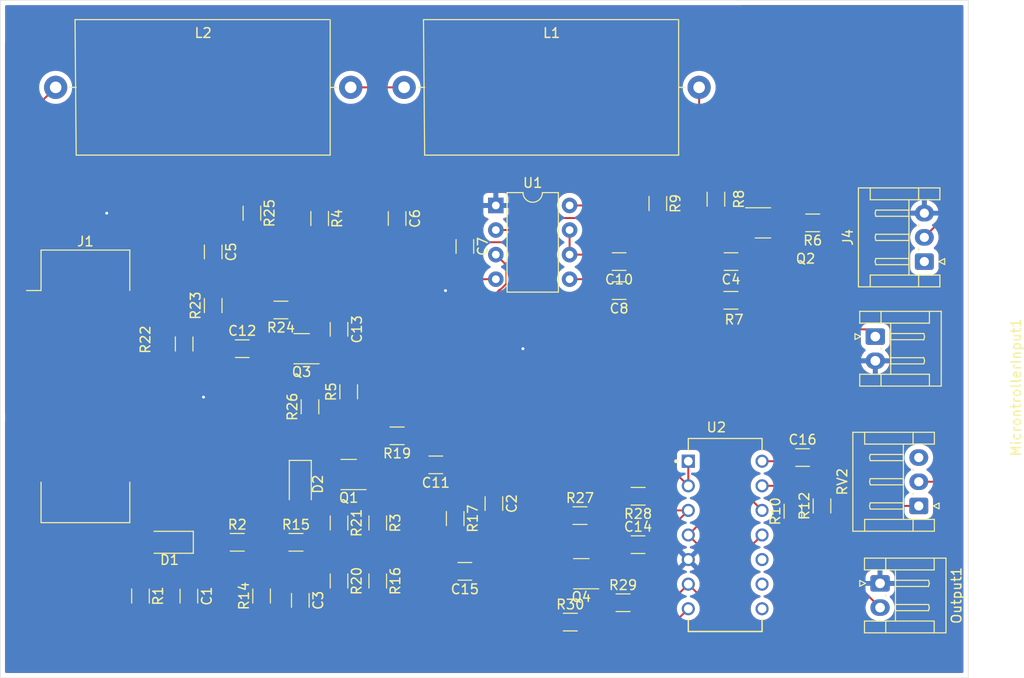
<source format=kicad_pcb>
(kicad_pcb (version 20221018) (generator pcbnew)
  (layers (0 "F.Cu" signal) (31 "B.Cu" signal) (34 "B.Paste" user) (35 "F.Paste" user) (36 "B.SilkS" user "B.Silkscreen") (37 "F.SilkS" user "F.Silkscreen") (38 "B.Mask" user) (39 "F.Mask" user) (44 "Edge.Cuts" user))
  (net 0 "")
  (net 1 "Net-(D1-K)")
  (net 2 "GND")
  (net 3 "Net-(C11-Pad1)")
  (net 4 "Net-(D2-A)")
  (net 5 "Net-(J4-Pin_2)")
  (net 6 "Net-(U1-TR)")
  (net 7 "Net-(Q1-C)")
  (net 8 "Net-(C5-Pad2)")
  (net 9 "+12V")
  (net 10 "+5V")
  (net 11 "Net-(U1-CV)")
  (net 12 "Net-(U1-DIS)")
  (net 13 "Net-(C12-Pad1)")
  (net 14 "Net-(Q3-B)")
  (net 15 "Net-(Q3-C)")
  (net 16 "Net-(C13-Pad2)")
  (net 17 "Net-(Q4-C)")
  (net 18 "Net-(C14-Pad2)")
  (net 19 "Net-(C15-Pad1)")
  (net 20 "Net-(C15-Pad2)")
  (net 21 "Net-(C16-Pad1)")
  (net 22 "Net-(C16-Pad2)")
  (net 23 "Net-(D1-A)")
  (net 24 "Net-(D2-K)")
  (net 25 "-12V")
  (net 31 "Net-(MicrontrollerInput1-Pin_1)")
  (net 32 "Net-(Output1-Pin_2)")
  (net 33 "Net-(Q2-B)")
  (net 34 "Net-(Q3-E)")
  (net 36 "Net-(R14-Pad2)")
  (net 37 "Net-(R16-Pad1)")
  (net 38 "Net-(R10-Pad2)")
  (net 39 "Net-(R29-Pad1)")
  (net 40 "Net-(R29-Pad2)")
  (net 45 "Net-(L1-Pad1)")
  (footprint "Connector_IDC:IDC-Header_2x08_P2.54mm_Vertical_SMD" (layer "F.Cu") (at 108.8 74.89)
    (fp_text reference "J1")
    (fp_text value "Conn_02x08_Odd_Even")
  )
  (footprint "Capacitor_SMD:C_1206_3216Metric_Pad1.33x1.80mm_HandSolder" (layer "F.Cu") (at 165.895 91.245)
    (fp_text reference "C14")
    (fp_text value "1u")
  )
  (footprint "Resistor_SMD:R_1206_3216Metric_Pad1.30x1.75mm_HandSolder" (layer "F.Cu") (at 124.4875 91)
    (fp_text reference "R2")
    (fp_text value "1000k")
  )
  (footprint "Package_TO_SOT_SMD:SOT-23-3" (layer "F.Cu") (at 178.8 58)
    (fp_text reference "Q2")
    (fp_text value "Q_NPN_ECB")
  )
  (footprint "Resistor_SMD:R_1206_3216Metric_Pad1.30x1.75mm_HandSolder" (layer "F.Cu") (at 141 80 180)
    (fp_text reference "R19")
    (fp_text value "470k")
  )
  (footprint "Resistor_SMD:R_1206_3216Metric_Pad1.30x1.75mm_HandSolder" (layer "F.Cu") (at 139 89 -90)
    (fp_text reference "R3")
    (fp_text value "470k")
  )
  (footprint "Capacitor_SMD:C_1206_3216Metric_Pad1.33x1.80mm_HandSolder" (layer "F.Cu") (at 175.5 62 180)
    (fp_text reference "C4")
    (fp_text value "100n")
  )
  (footprint "Capacitor_SMD:C_1206_3216Metric_Pad1.33x1.80mm_HandSolder" (layer "F.Cu") (at 163.9375 62 180)
    (fp_text reference "C10")
    (fp_text value "1p")
  )
  (footprint "Resistor_SMD:R_1206_3216Metric_Pad1.30x1.75mm_HandSolder" (layer "F.Cu") (at 173.9375 55.55 -90)
    (fp_text reference "R8")
    (fp_text value "214")
  )
  (footprint "Resistor_SMD:R_1206_3216Metric_Pad1.30x1.75mm_HandSolder" (layer "F.Cu") (at 133 57.55 -90)
    (fp_text reference "R4")
    (fp_text value "1.5k")
  )
  (footprint "Capacitor_SMD:C_1206_3216Metric_Pad1.33x1.80mm_HandSolder" (layer "F.Cu") (at 163.9375 65 180)
    (fp_text reference "C8")
    (fp_text value "10p")
  )
  (footprint "Diode_SMD:D_1206_3216Metric_Pad1.42x1.75mm_HandSolder" (layer "F.Cu") (at 117.4875 91 180)
    (fp_text reference "D1")
    (fp_text value "D")
  )
  (footprint "Diode_SMD:D_1206_3216Metric_Pad1.42x1.75mm_HandSolder" (layer "F.Cu") (at 131 85 -90)
    (fp_text reference "D2")
    (fp_text value "D")
  )
  (footprint "Resistor_SMD:R_1206_3216Metric_Pad1.30x1.75mm_HandSolder" (layer "F.Cu") (at 184.895 87.245 90)
    (fp_text reference "R12")
    (fp_text value "1k")
  )
  (footprint "Resistor_SMD:R_1206_3216Metric_Pad1.30x1.75mm_HandSolder" (layer "F.Cu") (at 130.55 91)
    (fp_text reference "R15")
    (fp_text value "1000k")
  )
  (footprint "Connector_JST:JST_EH_S2B-EH_1x02_P2.50mm_Horizontal" (layer "F.Cu") (at 190.405 69.75 -90)
    (fp_text reference "MicrontrollerInput1")
    (fp_text value "Conn_01x02_Pin")
  )
  (footprint "Resistor_SMD:R_1206_3216Metric_Pad1.30x1.75mm_HandSolder" (layer "F.Cu") (at 175.4875 66)
    (fp_text reference "R7")
    (fp_text value "10k")
  )
  (footprint "Resistor_SMD:R_1206_3216Metric_Pad1.30x1.75mm_HandSolder" (layer "F.Cu") (at 165.895 86.245 180)
    (fp_text reference "R28")
    (fp_text value "100k")
  )
  (footprint "Connector_JST:JST_EH_S2B-EH_1x02_P2.50mm_Horizontal" (layer "F.Cu") (at 190.895 95.245 -90)
    (fp_text reference "Output1")
    (fp_text value "Conn_01x02_Pin")
  )
  (footprint "Package_TO_SOT_SMD:SOT-23-3" (layer "F.Cu") (at 131.1375 71 180)
    (fp_text reference "Q3")
    (fp_text value "Q_NPN_ECB")
  )
  (footprint "TL074:DIP762W51P254L1994H508Q14" (layer "F.Cu") (at 174.895 90.245)
    (fp_text reference "U2")
    (fp_text value "TL074")
  )
  (footprint "Capacitor_SMD:C_1206_3216Metric_Pad1.33x1.80mm_HandSolder" (layer "F.Cu") (at 135 69 -90)
    (fp_text reference "C13")
    (fp_text value "1u")
  )
  (footprint "Resistor_SMD:R_1206_3216Metric_Pad1.30x1.75mm_HandSolder" (layer "F.Cu") (at 139 95 -90)
    (fp_text reference "R16")
    (fp_text value "1000k")
  )
  (footprint "Resistor_SMD:R_1206_3216Metric_Pad1.30x1.75mm_HandSolder" (layer "F.Cu") (at 158.895 99.245)
    (fp_text reference "R30")
    (fp_text value "100k")
  )
  (footprint "Resistor_SMD:R_1206_3216Metric_Pad1.30x1.75mm_HandSolder" (layer "F.Cu") (at 127 96.55 90)
    (fp_text reference "R14")
    (fp_text value "1000k")
  )
  (footprint "Resistor_SMD:R_1206_3216Metric_Pad1.30x1.75mm_HandSolder" (layer "F.Cu") (at 167.9375 56 -90)
    (fp_text reference "R9")
    (fp_text value "1k")
  )
  (footprint "Connector_JST:JST_EH_S3B-EH_1x03_P2.50mm_Horizontal" (layer "F.Cu") (at 194.895 87.245 90)
    (fp_text reference "RV2")
    (fp_text value "50k")
  )
  (footprint "Capacitor_SMD:C_1206_3216Metric_Pad1.33x1.80mm_HandSolder" (layer "F.Cu") (at 151 87 -90)
    (fp_text reference "C2")
    (fp_text value "10n")
  )
  (footprint "Resistor_SMD:R_1206_3216Metric_Pad1.30x1.75mm_HandSolder" (layer "F.Cu") (at 132 77 90)
    (fp_text reference "R26")
    (fp_text value "3k")
  )
  (footprint "Resistor_SMD:R_1206_3216Metric_Pad1.30x1.75mm_HandSolder" (layer "F.Cu") (at 183.9375 58 180)
    (fp_text reference "R6")
    (fp_text value "10k")
  )
  (footprint "Resistor_SMD:R_1206_3216Metric_Pad1.30x1.75mm_HandSolder" (layer "F.Cu") (at 181.895 87.795 90)
    (fp_text reference "R10")
    (fp_text value "1k")
  )
  (footprint "Connector_JST:JST_EH_S3B-EH_1x03_P2.50mm_Horizontal" (layer "F.Cu") (at 195.47 62 90)
    (fp_text reference "J4")
    (fp_text value "Conn_01x03_Pin")
  )
  (footprint "Capacitor_SMD:C_1206_3216Metric_Pad1.33x1.80mm_HandSolder" (layer "F.Cu") (at 119.4875 96.5625 -90)
    (fp_text reference "C1")
    (fp_text value "56n")
  )
  (footprint "Resistor_SMD:R_1206_3216Metric_Pad1.30x1.75mm_HandSolder" (layer "F.Cu") (at 119 70.5125 90)
    (fp_text reference "R22")
    (fp_text value "3k")
  )
  (footprint "Capacitor_SMD:C_1206_3216Metric_Pad1.33x1.80mm_HandSolder" (layer "F.Cu") (at 145 83 180)
    (fp_text reference "C11")
    (fp_text value "10n")
  )
  (footprint "Resistor_SMD:R_1206_3216Metric_Pad1.30x1.75mm_HandSolder" (layer "F.Cu") (at 129 67 180)
    (fp_text reference "R24")
    (fp_text value "1000k")
  )
  (footprint "Resistor_SMD:R_1206_3216Metric_Pad1.30x1.75mm_HandSolder" (layer "F.Cu") (at 122 66.55 90)
    (fp_text reference "R23")
    (fp_text value "1000k")
  )
  (footprint "Capacitor_SMD:C_1206_3216Metric_Pad1.33x1.80mm_HandSolder" (layer "F.Cu") (at 125 71)
    (fp_text reference "C12")
    (fp_text value "1u")
  )
  (footprint "Resistor_SMD:R_1206_3216Metric_Pad1.30x1.75mm_HandSolder" (layer "F.Cu") (at 135 89 -90)
    (fp_text reference "R21")
    (fp_text value "1000k")
  )
  (footprint "Capacitor_SMD:C_1206_3216Metric_Pad1.33x1.80mm_HandSolder" (layer "F.Cu") (at 131 97 -90)
    (fp_text reference "C3")
    (fp_text value "1n")
  )
  (footprint "Resistor_SMD:R_1206_3216Metric_Pad1.30x1.75mm_HandSolder" (layer "F.Cu") (at 164.345 97.245)
    (fp_text reference "R29")
    (fp_text value "1k")
  )
  (footprint "Capacitor_SMD:C_1206_3216Metric_Pad1.33x1.80mm_HandSolder" (layer "F.Cu") (at 148 94 180)
    (fp_text reference "C15")
    (fp_text value "1u")
  )
  (footprint "Resistor_SMD:R_1206_3216Metric_Pad1.30x1.75mm_HandSolder" (layer "F.Cu") (at 126 57 -90)
    (fp_text reference "R25")
    (fp_text value "1.5k")
  )
  (footprint "Package_DIP:DIP-8_W7.62mm" (layer "F.Cu") (at 151.2 56.2)
    (fp_text reference "U1")
    (fp_text value "NE555P")
  )
  (footprint "Capacitor_SMD:C_1206_3216Metric_Pad1.33x1.80mm_HandSolder" (layer "F.Cu") (at 182.895 82.245)
    (fp_text reference "C16")
    (fp_text value "1u")
  )
  (footprint "Package_TO_SOT_SMD:SOT-23-3" (layer "F.Cu") (at 160.0325 94.245 180)
    (fp_text reference "Q4")
    (fp_text value "Q_NPN_ECB")
  )
  (footprint "Capacitor_SMD:C_1206_3216Metric_Pad1.33x1.80mm_HandSolder" (layer "F.Cu") (at 122 61 -90)
    (fp_text reference "C5")
    (fp_text value "1u")
  )
  (footprint "Resistor_SMD:R_1206_3216Metric_Pad1.30x1.75mm_HandSolder" (layer "F.Cu") (at 114.4875 96.55 -90)
    (fp_text reference "R1")
    (fp_text value "10k")
  )
  (footprint "Resistor_SMD:R_1206_3216Metric_Pad1.30x1.75mm_HandSolder" (layer "F.Cu") (at 147 88.55 -90)
    (fp_text reference "R17")
    (fp_text value "1k")
  )
  (footprint "TL074:L_Axial_L26.0mm_D14.0mm_P30.48mm_Horizontal_Fastron_JORIS" (layer "F.Cu") (at 141.725 44)
    (fp_text reference "L1")
    (fp_text value "560m")
  )
  (footprint "Capacitor_SMD:C_1206_3216Metric_Pad1.33x1.80mm_HandSolder" (layer "F.Cu") (at 148 60.4375 -90)
    (fp_text reference "C7")
    (fp_text value "100n")
  )
  (footprint "Package_TO_SOT_SMD:SOT-23-3" (layer "F.Cu") (at 136 84 180)
    (fp_text reference "Q1")
    (fp_text value "Q_NPN_ECB")
  )
  (footprint "TL074:L_Axial_L26.0mm_D14.0mm_P30.48mm_Horizontal_Fastron_JORIS" (layer "F.Cu") (at 105.725 44)
    (fp_text reference "L2")
    (fp_text value "560m")
  )
  (footprint "Resistor_SMD:R_1206_3216Metric_Pad1.30x1.75mm_HandSolder" (layer "F.Cu") (at 135 95 -90)
    (fp_text reference "R20")
    (fp_text value "1000k")
  )
  (footprint "Resistor_SMD:R_1206_3216Metric_Pad1.30x1.75mm_HandSolder" (layer "F.Cu") (at 136 75.45 90)
    (fp_text reference "R5")
    (fp_text value "3k")
  )
  (footprint "Capacitor_SMD:C_1206_3216Metric_Pad1.33x1.80mm_HandSolder" (layer "F.Cu") (at 141 57.55 -90)
    (fp_text reference "C6")
    (fp_text value "1n")
  )
  (footprint "Resistor_SMD:R_1206_3216Metric_Pad1.30x1.75mm_HandSolder" (layer "F.Cu") (at 159.895 88.245)
    (fp_text reference "R27")
    (fp_text value "100k")
  )
  (gr_rect (start 100 35) (end 200 105) (stroke (width 0.05)) (fill none) (layer "Edge.Cuts"))
  (segment (start 118.975 94.4875) (end 118.975 91) (width 0.2) (layer "F.Cu") (net 1))
  (segment (start 118.975 91) (end 122.9375 91) (width 0.2) (layer "F.Cu") (net 1))
  (segment (start 119.4875 95) (end 118.975 94.4875) (width 0.2) (layer "F.Cu") (net 1))
  (via (at 111 57) (size 0.6) (drill 0.3) (layers "F.Cu" "B.Cu") (net 2))
  (via (at 146 65) (size 0.6) (drill 0.3) (layers "F.Cu" "B.Cu") (net 2))
  (via (at 154 71) (size 0.6) (drill 0.3) (layers "F.Cu" "B.Cu") (net 2))
  (via (at 121 76) (size 0.6) (drill 0.3) (layers "F.Cu" "B.Cu") (net 2))
  (segment (start 146.5625 83) (end 146.5625 86.5625) (width 0.2) (layer "F.Cu") (net 3))
  (segment (start 146.5625 86.5625) (end 147 87) (width 0.2) (layer "F.Cu") (net 3))
  (segment (start 143 89) (end 145 87) (width 0.2) (layer "F.Cu") (net 3))
  (segment (start 145 87) (end 147 87) (width 0.2) (layer "F.Cu") (net 3))
  (segment (start 135 90.55) (end 136.55 89) (width 0.2) (layer "F.Cu") (net 3))
  (segment (start 135 91) (end 131 95) (width 0.2) (layer "F.Cu") (net 3))
  (segment (start 135 90.55) (end 135 91) (width 0.2) (layer "F.Cu") (net 3))
  (segment (start 136.55 89) (end 143 89) (width 0.2) (layer "F.Cu") (net 3))
  (segment (start 151 85.4375) (end 148.5625 85.4375) (width 0.2) (layer "F.Cu") (net 3))
  (segment (start 131 95) (end 131 95.4375) (width 0.2) (layer "F.Cu") (net 3))
  (segment (start 148.5625 85.4375) (end 147 87) (width 0.2) (layer "F.Cu") (net 3))
  (segment (start 130 97) (end 129 96) (width 0.2) (layer "F.Cu") (net 4))
  (segment (start 129 96) (end 129 94.1) (width 0.2) (layer "F.Cu") (net 4))
  (segment (start 146.003185 88.5625) (end 139.768502 94.797183) (width 0.2) (layer "F.Cu") (net 4))
  (segment (start 133.202817 94.797183) (end 133 95) (width 0.2) (layer "F.Cu") (net 4))
  (segment (start 132.138909 97) (end 130 97) (width 0.2) (layer "F.Cu") (net 4))
  (segment (start 151 88.5625) (end 146.003185 88.5625) (width 0.2) (layer "F.Cu") (net 4))
  (segment (start 131 89.9) (end 132.1 91) (width 0.2) (layer "F.Cu") (net 4))
  (segment (start 131 86.4875) (end 131 89.9) (width 0.2) (layer "F.Cu") (net 4))
  (segment (start 133 96.138909) (end 132.138909 97) (width 0.2) (layer "F.Cu") (net 4))
  (segment (start 139.768502 94.797183) (end 133.202817 94.797183) (width 0.2) (layer "F.Cu") (net 4))
  (segment (start 129 94.1) (end 132.1 91) (width 0.2) (layer "F.Cu") (net 4))
  (segment (start 133 95) (end 133 96.138909) (width 0.2) (layer "F.Cu") (net 4))
  (segment (start 175.9375 58) (end 176.9375 59) (width 0.2) (layer "F.Cu") (net 5))
  (segment (start 177.9375 53) (end 175.9375 55) (width 0.2) (layer "F.Cu") (net 5))
  (segment (start 197.9375 53) (end 177.9375 53) (width 0.2) (layer "F.Cu") (net 5))
  (segment (start 177.6625 58.95) (end 177.6625 59) (width 0.2) (layer "F.Cu") (net 5))
  (segment (start 177.0625 62) (end 177.0625 65.975) (width 0.2) (layer "F.Cu") (net 5))
  (segment (start 177.6625 61.4) (end 177.0625 62) (width 0.2) (layer "F.Cu") (net 5))
  (segment (start 176.9375 59) (end 177.6625 59) (width 0.2) (layer "F.Cu") (net 5))
  (segment (start 197.9375 57) (end 197.9375 53) (width 0.2) (layer "F.Cu") (net 5))
  (segment (start 175.9375 55) (end 175.9375 58) (width 0.2) (layer "F.Cu") (net 5))
  (segment (start 177.6625 59) (end 177.6625 61.4) (width 0.2) (layer "F.Cu") (net 5))
  (segment (start 195.47 59.5) (end 195.47 59.4675) (width 0.2) (layer "F.Cu") (net 5))
  (segment (start 195.47 59.4675) (end 197.9375 57) (width 0.2) (layer "F.Cu") (net 5))
  (segment (start 177.0625 65.975) (end 177.0375 66) (width 0.2) (layer "F.Cu") (net 5))
  (segment (start 151.2 58.74) (end 156.26 58.74) (width 0.2) (layer "F.Cu") (net 6))
  (segment (start 173.9375 66) (end 173.9375 62) (width 0.2) (layer "F.Cu") (net 6))
  (segment (start 165.9375 56) (end 172.8375 56) (width 0.2) (layer "F.Cu") (net 6))
  (segment (start 172.8375 56) (end 173.9375 57.1) (width 0.2) (layer "F.Cu") (net 6))
  (segment (start 157.5 57.5) (end 164.4375 57.5) (width 0.2) (layer "F.Cu") (net 6))
  (segment (start 156.26 58.74) (end 157.5 57.5) (width 0.2) (layer "F.Cu") (net 6))
  (segment (start 164.4375 57.5) (end 165.9375 56) (width 0.2) (layer "F.Cu") (net 6))
  (segment (start 173.9375 62) (end 173.9375 57.1) (width 0.2) (layer "F.Cu") (net 6))
  (segment (start 117.825 87) (end 112 92.825) (width 0.2) (layer "F.Cu") (net 7))
  (segment (start 142 79.45) (end 142.55 80) (width 0.2) (layer "F.Cu") (net 7))
  (segment (start 130.4 56.5) (end 133 59.1) (width 0.2) (layer "F.Cu") (net 7))
  (segment (start 148 52) (end 172 52) (width 0.2) (layer "F.Cu") (net 7))
  (segment (start 143.4375 80.8875) (end 142.55 80) (width 0.2) (layer "F.Cu") (net 7))
  (segment (start 117.825 63.6125) (end 117.825 87) (width 0.2) (layer "F.Cu") (net 7))
  (segment (start 142 78) (end 142 79.45) (width 0.2) (layer "F.Cu") (net 7))
  (segment (start 172 52) (end 172.205 51.795) (width 0.2) (layer "F.Cu") (net 7))
  (segment (start 122 58.5) (end 124 56.5) (width 0.2) (layer "F.Cu") (net 7))
  (segment (start 133 59.1) (end 133 60.0375) (width 0.2) (layer "F.Cu") (net 7))
  (segment (start 136.147183 81.5) (end 139.647183 78) (width 0.2) (layer "F.Cu") (net 7))
  (segment (start 139.5 83.05) (end 142.55 80) (width 0.2) (layer "F.Cu") (net 7))
  (segment (start 139.647183 78) (end 142 78) (width 0.2) (layer "F.Cu") (net 7))
  (segment (start 117.5 95.5) (end 117.5 90.609683) (width 0.2) (layer "F.Cu") (net 7))
  (segment (start 112 96.5) (end 116.5 96.5) (width 0.2) (layer "F.Cu") (net 7))
  (segment (start 141 59.1125) (end 141 60.0375) (width 0.2) (layer "F.Cu") (net 7))
  (segment (start 141 59.1125) (end 141 59) (width 0.2) (layer "F.Cu") (net 7))
  (segment (start 143.4375 83) (end 143.4375 80.8875) (width 0.2) (layer "F.Cu") (net 7))
  (segment (start 122 59.4375) (end 122 58.5) (width 0.2) (layer "F.Cu") (net 7))
  (segment (start 141 60.0375) (end 137 64.0375) (width 0.2) (layer "F.Cu") (net 7))
  (segment (start 137.1375 83.05) (end 139.5 83.05) (width 0.2) (layer "F.Cu") (net 7))
  (segment (start 112 92.825) (end 112 96.5) (width 0.2) (layer "F.Cu") (net 7))
  (segment (start 124 56.5) (end 130.4 56.5) (width 0.2) (layer "F.Cu") (net 7))
  (segment (start 141 59) (end 148 52) (width 0.2) (layer "F.Cu") (net 7))
  (segment (start 117.5 90.609683) (end 126.609683 81.5) (width 0.2) (layer "F.Cu") (net 7))
  (segment (start 122 59.4375) (end 117.825 63.6125) (width 0.2) (layer "F.Cu") (net 7))
  (segment (start 116.5 96.5) (end 117.5 95.5) (width 0.2) (layer "F.Cu") (net 7))
  (segment (start 126.609683 81.5) (end 136.147183 81.5) (width 0.2) (layer "F.Cu") (net 7))
  (segment (start 133 60.0375) (end 137 64.0375) (width 0.2) (layer "F.Cu") (net 7))
  (segment (start 172.205 51.795) (end 172.205 44) (width 0.2) (layer "F.Cu") (net 7))
  (segment (start 119 68.9625) (end 119 68) (width 0.2) (layer "F.Cu") (net 8))
  (segment (start 119 68) (end 122 65) (width 0.2) (layer "F.Cu") (net 8))
  (segment (start 122 62.5625) (end 122 65) (width 0.2) (layer "F.Cu") (net 8))
  (segment (start 105 76.16) (end 101.16 76.16) (width 0.2) (layer "F.Cu") (net 9))
  (segment (start 173.895 93.055) (end 173.895 98.245) (width 0.2) (layer "F.Cu") (net 9))
  (segment (start 130 54) (end 131 54) (width 0.2) (layer "F.Cu") (net 9))
  (segment (start 101 76) (end 101 55) (width 0.2) (layer "F.Cu") (net 9))
  (segment (start 172.895 81.245) (end 171.895 80.245) (width 0.2) (layer "F.Cu") (net 9))
  (segment (start 136.9375 56) (end 137 56.0625) (width 0.2) (layer "F.Cu") (net 9))
  (segment (start 172.895 88.245) (end 172.895 81.245) (width 0.2) (layer "F.Cu") (net 9))
  (segment (start 103 54) (end 117 54) (width 0.2) (layer "F.Cu") (net 9))
  (segment (start 112 99.895) (end 111 98.895) (width 0.2) (layer "F.Cu") (net 9))
  (segment (start 117 87.065686) (end 117 54) (width 0.2) (layer "F.Cu") (net 9))
  (segment (start 105.725 44) (end 103 46.725) (width 0.2) (layer "F.Cu") (net 9))
  (segment (start 171.895 80.245) (end 159.895 80.245) (width 0.2) (layer "F.Cu") (net 9))
  (segment (start 114 101.245) (end 112.65 99.895) (width 0.2) (layer "F.Cu") (net 9))
  (segment (start 101 55) (end 102 54) (width 0.2) (layer "F.Cu") (net 9))
  (segment (start 172.06 89.27) (end 172.06 89.08) (width 0.2) (layer "F.Cu") (net 9))
  (segment (start 112.6 76.16) (end 105 76.16) (width 0.2) (layer "F.Cu") (net 9))
  (segment (start 112.65 99.895) (end 112 99.895) (width 0.2) (layer "F.Cu") (net 9))
  (segment (start 137 56.0625) (end 140.925 56.0625) (width 0.2) (layer "F.Cu") (net 9))
  (segment (start 131 54) (end 133 56) (width 0.2) (layer "F.Cu") (net 9))
  (segment (start 140.925 56.0625) (end 141 55.9875) (width 0.2) (layer "F.Cu") (net 9))
  (segment (start 171.085 90.245) (end 173.895 93.055) (width 0.2) (layer "F.Cu") (net 9))
  (segment (start 111 98.895) (end 111 93.065686) (width 0.2) (layer "F.Cu") (net 9))
  (segment (start 126 54) (end 130 54) (width 0.2) (layer "F.Cu") (net 9))
  (segment (start 103 46.725) (end 103 54) (width 0.2) (layer "F.Cu") (net 9))
  (segment (start 172.06 89.08) (end 172.895 88.245) (width 0.2) (layer "F.Cu") (net 9))
  (segment (start 117 54) (end 126 54) (width 0.2) (layer "F.Cu") (net 9))
  (segment (start 126 55.45) (end 126 54) (width 0.2) (layer "F.Cu") (net 9))
  (segment (start 133 56) (end 136.9375 56) (width 0.2) (layer "F.Cu") (net 9))
  (segment (start 170.895 101.245) (end 114 101.245) (width 0.2) (layer "F.Cu") (net 9))
  (segment (start 158.345 82.695) (end 158.345 88.245) (width 0.2) (layer "F.Cu") (net 9))
  (segment (start 171.085 90.245) (end 172.06 89.27) (width 0.2) (layer "F.Cu") (net 9))
  (segment (start 157.895 82.245) (end 158.345 82.695) (width 0.2) (layer "F.Cu") (net 9))
  (segment (start 173.895 98.245) (end 170.895 101.245) (width 0.2) (layer "F.Cu") (net 9))
  (segment (start 111 93.065686) (end 117 87.065686) (width 0.2) (layer "F.Cu") (net 9))
  (segment (start 159.895 80.245) (end 157.895 82.245) (width 0.2) (layer "F.Cu") (net 9))
  (segment (start 101.16 76.16) (end 101 76) (width 0.2) (layer "F.Cu") (net 9))
  (segment (start 102 54) (end 103 54) (width 0.2) (layer "F.Cu") (net 9))
  (segment (start 124 57.4) (end 126.652817 57.4) (width 0.2) (layer "F.Cu") (net 10))
  (segment (start 149.82 63.82) (end 148 62) (width 0.2) (layer "F.Cu") (net 10))
  (segment (start 159.9375 56.2) (end 162.7375 56.2) (width 0.2) (layer "F.Cu") (net 10))
  (segment (start 148 55) (end 148 53) (width 0.2) (layer "F.Cu") (net 10))
  (segment (start 148 62) (end 148 67.5) (width 0.2) (layer "F.Cu") (net 10))
  (segment (start 151.18 63.82) (end 151 64) (width 0.2) (layer "F.Cu") (net 10))
  (segment (start 100.6 77.6) (end 100.6 39.4) (width 0.2) (layer "F.Cu") (net 10))
  (segment (start 163.9375 55) (end 167.3875 55) (width 0.2) (layer "F.Cu") (net 10))
  (segment (start 167.3875 55) (end 167.9375 54.45) (width 0.2) (layer "F.Cu") (net 10))
  (segment (start 173.4875 54.45) (end 173.9375 54) (width 0.2) (layer "F.Cu") (net 10))
  (segment (start 105 78.7) (end 101.7 78.7) (width 0.2) (layer "F.Cu") (net 10))
  (segment (start 137 66) (end 148 55) (width 0.2) (layer "F.Cu") (net 10))
  (segment (start 104 36) (end 176 36) (width 0.2) (layer "F.Cu") (net 10))
  (segment (start 134 66) (end 137 66) (width 0.2) (layer "F.Cu") (net 10))
  (segment (start 128 80) (end 125 77) (width 0.2) (layer "F.Cu") (net 10))
  (segment (start 151.2 63.82) (end 149.82 63.82) (width 0.2) (layer "F.Cu") (net 10))
  (segment (start 125 77) (end 125 70) (width 0.2) (layer "F.Cu") (net 10))
  (segment (start 158.82 56.2) (end 161 56.2) (width 0.2) (layer "F.Cu") (net 10))
  (segment (start 135.5 80) (end 128 80) (width 0.2) (layer "F.Cu") (net 10))
  (segment (start 101.7 78.7) (end 100.6 77.6) (width 0.2) (layer "F.Cu") (net 10))
  (segment (start 151.2 63.82) (end 151.18 63.82) (width 0.2) (layer "F.Cu") (net 10))
  (segment (start 176 51.9375) (end 173.9375 54) (width 0.2) (layer "F.Cu") (net 10))
  (segment (start 126.652817 57.4) (end 134 64.747183) (width 0.2) (layer "F.Cu") (net 10))
  (segment (start 167.9375 54.45) (end 173.4875 54.45) (width 0.2) (layer "F.Cu") (net 10))
  (segment (start 125 70) (end 124 69) (width 0.2) (layer "F.Cu") (net 10))
  (segment (start 124 69) (end 124 57.4) (width 0.2) (layer "F.Cu") (net 10))
  (segment (start 162.7375 56.2) (end 163.9375 55) (width 0.2) (layer "F.Cu") (net 10))
  (segment (start 148 67.5) (end 135.5 80) (width 0.2) (layer "F.Cu") (net 10))
  (segment (start 134 64.747183) (end 134 66) (width 0.2) (layer "F.Cu") (net 10))
  (segment (start 149 53) (end 161 53) (width 0.2) (layer "F.Cu") (net 10))
  (segment (start 148 53) (end 149 53) (width 0.2) (layer "F.Cu") (net 10))
  (segment (start 100.6 39.4) (end 104 36) (width 0.2) (layer "F.Cu") (net 10))
  (segment (start 112.6 78.7) (end 105 78.7) (width 0.2) (layer "F.Cu") (net 10))
  (segment (start 161 53) (end 161 56.2) (width 0.2) (layer "F.Cu") (net 10))
  (segment (start 176 36) (end 176 51.9375) (width 0.2) (layer "F.Cu") (net 10))
  (segment (start 162.2575 63.82) (end 158.82 63.82) (width 0.2) (layer "F.Cu") (net 11))
  (segment (start 162.375 65) (end 161.195 63.82) (width 0.2) (layer "F.Cu") (net 11))
  (segment (start 166.825 57.55) (end 167.9375 57.55) (width 0.2) (layer "F.Cu") (net 12))
  (segment (start 158.82 61.28) (end 158.82 58.74) (width 0.2) (layer "F.Cu") (net 12))
  (segment (start 161.655 61.28) (end 162.375 62) (width 0.2) (layer "F.Cu") (net 12))
  (segment (start 162.375 62) (end 166.825 57.55) (width 0.2) (layer "F.Cu") (net 12))
  (segment (start 158.82 61.28) (end 162.7175 61.28) (width 0.2) (layer "F.Cu") (net 12))
  (segment (start 123.4375 71) (end 122 69.5625) (width 0.2) (layer "F.Cu") (net 13))
  (segment (start 122 69.5625) (end 122 68.1) (width 0.2) (layer "F.Cu") (net 13))
  (segment (start 126.5625 67.8875) (end 127.45 67) (width 0.2) (layer "F.Cu") (net 14))
  (segment (start 126.5625 71) (end 126.5625 67.8875) (width 0.2) (layer "F.Cu") (net 14))
  (segment (start 126.5625 71) (end 130 71) (width 0.2) (layer "F.Cu") (net 14))
  (segment (start 132.275 68.725) (end 132.275 70.05) (width 0.2) (layer "F.Cu") (net 15))
  (segment (start 134.8875 67.4375) (end 132.275 70.05) (width 0.2) (layer "F.Cu") (net 15))
  (segment (start 130.55 67) (end 132.275 68.725) (width 0.2) (layer "F.Cu") (net 15))
  (segment (start 126 62.45) (end 130.55 67) (width 0.2) (layer "F.Cu") (net 15))
  (segment (start 126 58.55) (end 126 62.45) (width 0.2) (layer "F.Cu") (net 15))
  (segment (start 136 70.5625) (end 135 70.5625) (width 0.2) (layer "F.Cu") (net 16))
  (segment (start 145.5625 61) (end 149.424365 61) (width 0.2) (layer "F.Cu") (net 16))
  (segment (start 158.895 66.245) (end 173.295 80.645) (width 0.2) (layer "F.Cu") (net 16))
  (segment (start 173.295 80.645) (end 173.295 82.295) (width 0.2) (layer "F.Cu") (net 16))
  (segment (start 150.424365 60) (end 153 60) (width 0.2) (layer "F.Cu") (net 16))
  (segment (start 136 73.9) (end 136 70.5625) (width 0.2) (layer "F.Cu") (net 16))
  (segment (start 149.424365 61) (end 150.424365 60) (width 0.2) (layer "F.Cu") (net 16))
  (segment (start 173.295 82.295) (end 178.705 87.705) (width 0.2) (layer "F.Cu") (net 16))
  (segment (start 136 70.5625) (end 145.5625 61) (width 0.2) (layer "F.Cu") (net 16))
  (segment (start 158.895 65.895) (end 158.895 66.245) (width 0.2) (layer "F.Cu") (net 16))
  (segment (start 153 60) (end 158.895 65.895) (width 0.2) (layer "F.Cu") (net 16))
  (segment (start 161.17 93.295) (end 163.22 91.245) (width 0.2) (layer "F.Cu") (net 17))
  (segment (start 161.445 88.245) (end 161.445 88.3575) (width 0.2) (layer "F.Cu") (net 17))
  (segment (start 161.445 88.3575) (end 164.3325 91.245) (width 0.2) (layer "F.Cu") (net 17))
  (segment (start 163.22 91.245) (end 164.3325 91.245) (width 0.2) (layer "F.Cu") (net 17))
  (segment (start 167.4575 91.245) (end 167.545 91.245) (width 0.2) (layer "F.Cu") (net 18))
  (segment (start 167.545 91.245) (end 171.085 87.705) (width 0.2) (layer "F.Cu") (net 18))
  (segment (start 171.085 87.705) (end 168.905 87.705) (width 0.2) (layer "F.Cu") (net 18))
  (segment (start 168.905 87.705) (end 167.445 86.245) (width 0.2) (layer "F.Cu") (net 18))
  (segment (start 152.8075 97.245) (end 149.5625 94) (width 0.2) (layer "F.Cu") (net 19))
  (segment (start 169.705 99.245) (end 160.445 99.245) (width 0.2) (layer "F.Cu") (net 19))
  (segment (start 153 97.245) (end 152.8075 97.245) (width 0.2) (layer "F.Cu") (net 19))
  (segment (start 171.085 97.865) (end 169.705 99.245) (width 0.2) (layer "F.Cu") (net 19))
  (segment (start 158.445 97.245) (end 153 97.245) (width 0.2) (layer "F.Cu") (net 19))
  (segment (start 160.445 99.245) (end 158.445 97.245) (width 0.2) (layer "F.Cu") (net 19))
  (segment (start 147 90.1) (end 147 93.4375) (width 0.2) (layer "F.Cu") (net 20))
  (segment (start 147 93.4375) (end 146.4375 94) (width 0.2) (layer "F.Cu") (net 20))
  (segment (start 197.895 78.245) (end 197.895 84.245) (width 0.2) (layer "F.Cu") (net 21))
  (segment (start 178.705 82.625) (end 180.9525 82.625) (width 0.2) (layer "F.Cu") (net 21))
  (segment (start 197.395 84.745) (end 194.895 84.745) (width 0.2) (layer "F.Cu") (net 21))
  (segment (start 197.895 84.245) (end 197.395 84.745) (width 0.2) (layer "F.Cu") (net 21))
  (segment (start 182.895 78.245) (end 197.895 78.245) (width 0.2) (layer "F.Cu") (net 21))
  (segment (start 181.3325 82.245) (end 181.3325 79.8075) (width 0.2) (layer "F.Cu") (net 21))
  (segment (start 181.3325 79.8075) (end 182.895 78.245) (width 0.2) (layer "F.Cu") (net 21))
  (segment (start 180.9525 82.625) (end 181.3325 82.245) (width 0.2) (layer "F.Cu") (net 21))
  (segment (start 184.895 82.6825) (end 184.895 85.695) (width 0.2) (layer "F.Cu") (net 22))
  (segment (start 184.4575 82.245) (end 184.895 82.6825) (width 0.2) (layer "F.Cu") (net 22))
  (segment (start 135.5 81) (end 124 81) (width 0.2) (layer "F.Cu") (net 23))
  (segment (start 124 81) (end 119 86) (width 0.2) (layer "F.Cu") (net 23))
  (segment (start 152.3 64.275635) (end 151.655635 64.92) (width 0.2) (layer "F.Cu") (net 23))
  (segment (start 119 86) (end 119 87) (width 0.2) (layer "F.Cu") (net 23))
  (segment (start 119 87) (end 116 90) (width 0.2) (layer "F.Cu") (net 23))
  (segment (start 151.58 64.92) (end 135.5 81) (width 0.2) (layer "F.Cu") (net 23))
  (segment (start 116 90) (end 116 91) (width 0.2) (layer "F.Cu") (net 23))
  (segment (start 151.655635 64.92) (end 151.58 64.92) (width 0.2) (layer "F.Cu") (net 23))
  (segment (start 151.2 61.28) (end 152.3 62.38) (width 0.2) (layer "F.Cu") (net 23))
  (segment (start 152.3 62.38) (end 152.3 64.275635) (width 0.2) (layer "F.Cu") (net 23))
  (segment (start 114.4875 95) (end 116 93.4875) (width 0.2) (layer "F.Cu") (net 23))
  (segment (start 116 93.4875) (end 116 91) (width 0.2) (layer "F.Cu") (net 23))
  (segment (start 139.45 80) (end 139 80) (width 0.2) (layer "F.Cu") (net 24))
  (segment (start 131 83.5125) (end 134.375 83.5125) (width 0.2) (layer "F.Cu") (net 24))
  (segment (start 134.375 83.5125) (end 134.8625 84) (width 0.2) (layer "F.Cu") (net 24))
  (segment (start 135 84.1375) (end 134.8625 84) (width 0.2) (layer "F.Cu") (net 24))
  (segment (start 135 87.45) (end 135 84.1375) (width 0.2) (layer "F.Cu") (net 24))
  (segment (start 136.55 82.45) (end 132.0625 82.45) (width 0.2) (layer "F.Cu") (net 24))
  (segment (start 132.0625 82.45) (end 131 83.5125) (width 0.2) (layer "F.Cu") (net 24))
  (segment (start 139 80) (end 136.55 82.45) (width 0.2) (layer "F.Cu") (net 24))
  (segment (start 139 87.45) (end 135 87.45) (width 0.2) (layer "F.Cu") (net 24))
  (segment (start 109 94.5) (end 109 101) (width 0.2) (layer "F.Cu") (net 25))
  (segment (start 105 66) (end 112.6 66) (width 0.2) (layer "F.Cu") (net 25))
  (segment (start 109 101) (end 109 101.145) (width 0.2) (layer "F.Cu") (net 25))
  (segment (start 116 87.5) (end 109 94.5) (width 0.2) (layer "F.Cu") (net 25))
  (segment (start 175 103) (end 110.6 103) (width 0.2) (layer "F.Cu") (net 25))
  (segment (start 175 93.95) (end 175 103) (width 0.2) (layer "F.Cu") (net 25))
  (segment (start 109 101) (end 109 101.4) (width 0.2) (layer "F.Cu") (net 25))
  (segment (start 178.705 90.245) (end 175 93.95) (width 0.2) (layer "F.Cu") (net 25))
  (segment (start 112.6 66) (end 116 66) (width 0.2) (layer "F.Cu") (net 25))
  (segment (start 116 66) (end 116 87.5) (width 0.2) (layer "F.Cu") (net 25))
  (segment (start 110.6 103) (end 109 101.4) (width 0.2) (layer "F.Cu") (net 25))
  (segment (start 189.655 69) (end 190.405 69.75) (width 0.2) (layer "F.Cu") (net 31))
  (segment (start 186.9375 59.45) (end 186.9375 69) (width 0.2) (layer "F.Cu") (net 31))
  (segment (start 185.4875 58) (end 186.9375 59.45) (width 0.2) (layer "F.Cu") (net 31))
  (segment (start 186.9375 69) (end 189.655 69) (width 0.2) (layer "F.Cu") (net 31))
  (segment (start 184.895 88.795) (end 184.895 91.745) (width 0.2) (layer "F.Cu") (net 32))
  (segment (start 184.895 91.745) (end 190.895 97.745) (width 0.2) (layer "F.Cu") (net 32))
  (segment (start 182.3875 58) (end 179.9375 58) (width 0.2) (layer "F.Cu") (net 33))
  (segment (start 132.275 75.175) (end 132 75.45) (width 0.2) (layer "F.Cu") (net 34))
  (segment (start 132.275 71.95) (end 132.275 75.175) (width 0.2) (layer "F.Cu") (net 34))
  (segment (start 126.0375 91) (end 129 91) (width 0.2) (layer "F.Cu") (net 36))
  (segment (start 127 91.9625) (end 127 95) (width 0.2) (layer "F.Cu") (net 36))
  (segment (start 126.0375 91) (end 127 91.9625) (width 0.2) (layer "F.Cu") (net 36))
  (segment (start 139 93.45) (end 139 90.55) (width 0.2) (layer "F.Cu") (net 37))
  (segment (start 135 93.45) (end 139 93.45) (width 0.2) (layer "F.Cu") (net 37))
  (segment (start 180.815 85.165) (end 181.895 86.245) (width 0.2) (layer "F.Cu") (net 38))
  (segment (start 182.895 87.245) (end 194.895 87.245) (width 0.2) (layer "F.Cu") (net 38))
  (segment (start 181.895 86.245) (end 182.895 87.245) (width 0.2) (layer "F.Cu") (net 38))
  (segment (start 178.705 85.165) (end 180.815 85.165) (width 0.2) (layer "F.Cu") (net 38))
  (segment (start 161.247817 100.245) (end 161.072817 100.42) (width 0.2) (layer "F.Cu") (net 39))
  (segment (start 171.085 95.325) (end 167.565 98.845) (width 0.2) (layer "F.Cu") (net 39))
  (segment (start 162.895 97.345) (end 162.795 97.245) (width 0.2) (layer "F.Cu") (net 39))
  (segment (start 170.48943 100.245) (end 161.247817 100.245) (width 0.2) (layer "F.Cu") (net 39))
  (segment (start 172.895 97.83943) (end 170.48943 100.245) (width 0.2) (layer "F.Cu") (net 39))
  (segment (start 161.072817 100.42) (end 157.07 100.42) (width 0.2) (layer "F.Cu") (net 39))
  (segment (start 172.895 97.135) (end 172.895 97.83943) (width 0.2) (layer "F.Cu") (net 39))
  (segment (start 162.895 98.845) (end 162.895 97.345) (width 0.2) (layer "F.Cu") (net 39))
  (segment (start 156.895 100.245) (end 156.895 99.695) (width 0.2) (layer "F.Cu") (net 39))
  (segment (start 167.565 98.845) (end 162.895 98.845) (width 0.2) (layer "F.Cu") (net 39))
  (segment (start 156.895 99.695) (end 157.345 99.245) (width 0.2) (layer "F.Cu") (net 39))
  (segment (start 157.07 100.42) (end 156.895 100.245) (width 0.2) (layer "F.Cu") (net 39))
  (segment (start 171.085 95.325) (end 172.895 97.135) (width 0.2) (layer "F.Cu") (net 39))
  (segment (start 165.895 97.245) (end 165.895 84.245) (width 0.2) (layer "F.Cu") (net 40))
  (segment (start 171.085 82.625) (end 171.085 85.165) (width 0.2) (layer "F.Cu") (net 40))
  (segment (start 170.165 84.245) (end 171.085 85.165) (width 0.2) (layer "F.Cu") (net 40))
  (segment (start 165.895 84.245) (end 170.165 84.245) (width 0.2) (layer "F.Cu") (net 40))
  (segment (start 141.725 44) (end 136.205 44) (width 0.2) (layer "F.Cu") (net 45))
  (zone (net 2) (net_name "GND") (layer "F.Cu") (connect_pads (clearance 0.5)) (min_thickness 0.25) (fill yes (thermal_gap 0.5) (thermal_bridge_width 0.5))
    (polygon (pts (xy 200 105) (xy 200 35) (xy 100 35) (xy 100 105)))
  )
  (zone (net 2) (net_name "GND") (layer "B.Cu") (priority 1) (connect_pads (clearance 0.5)) (min_thickness 0.25) (fill yes (thermal_gap 0.5) (thermal_bridge_width 0.5))
    (polygon (pts (xy 100 35) (xy 200 35) (xy 200 105) (xy 100 105)))
  )
)
</source>
